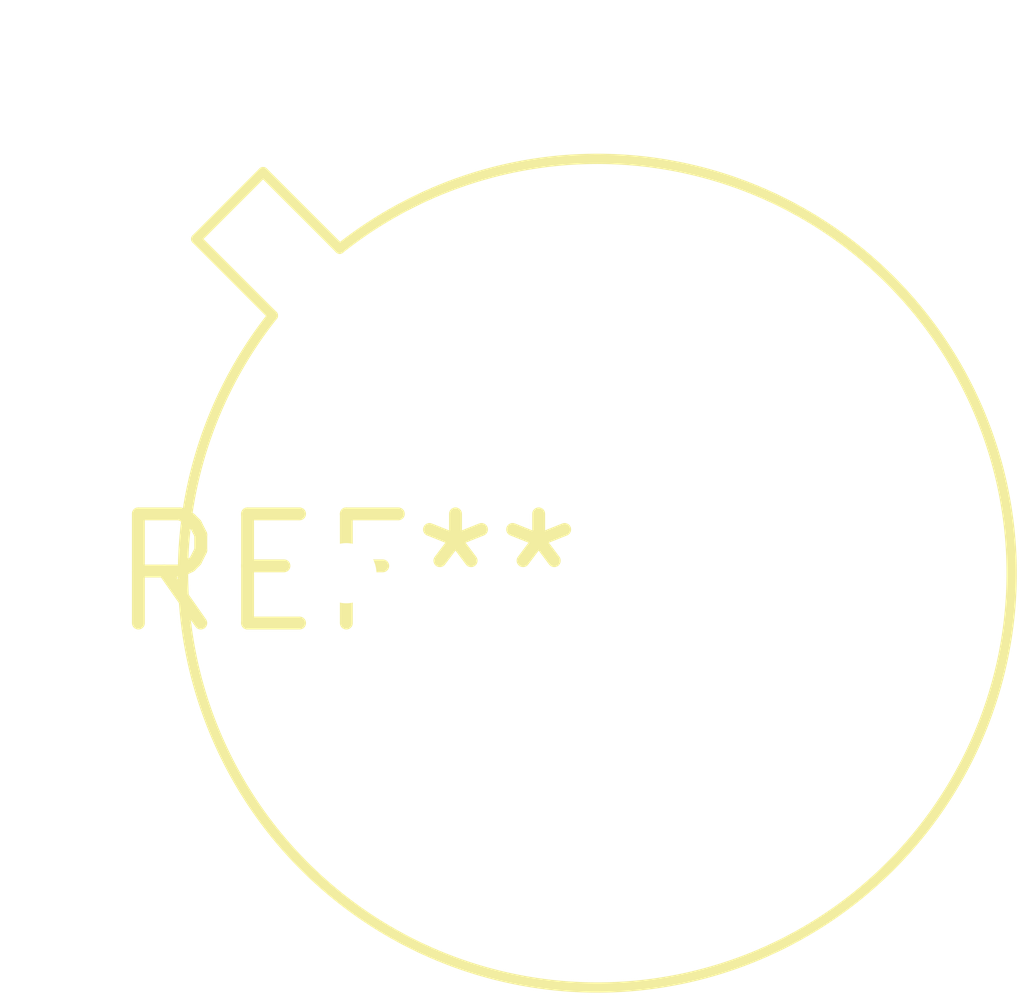
<source format=kicad_pcb>
(kicad_pcb (version 20240108) (generator pcbnew)
  (layers (0 "F.Cu" signal) (31 "B.Cu" signal) (34 "B.Paste" user) (35 "F.Paste" user) (36 "B.SilkS" user "B.Silkscreen") (37 "F.SilkS" user "F.Silkscreen") (38 "B.Mask" user) (39 "F.Mask" user) (44 "Edge.Cuts" user))
  (net 0 "")
  (footprint "TO-5-8" (layer "F.Cu") (at 0 0)
    (property "Reference" "REF**")
    (property "Value" "TO-5-8")
    (fp_line (start -1.745856 -3.888039) (end -0.854902 -2.997084) (layer "F.SilkS") (stroke (width 0.12)))
    (fp_line (start -0.968039 -4.665856) (end -1.745856 -3.888039) (layer "F.SilkS") (stroke (width 0.12)))
    (fp_line (start -0.077084 -3.774902) (end -0.968039 -4.665856) (layer "F.SilkS") (stroke (width 0.12)))
    (fp_arc (start -0.077084 -3.774902) (mid 6.328125 3.408384) (end -0.854674 -2.997371) (layer "F.SilkS") (stroke (width 0.12)))
    (pad "1" thru_hole oval (at 0 0) (size 1.6 1.2) (drill 0.7) (layers *.Cu *.Mask) (remove_unused_layers))
    (pad "2" thru_hole oval (at 0.855248 2.064752) (size 1.2 1.2) (drill 0.7) (layers *.Cu *.Mask) (remove_unused_layers))
    (pad "3" thru_hole oval (at 2.92 2.92) (size 1.2 1.2) (drill 0.7) (layers *.Cu *.Mask) (remove_unused_layers))
    (pad "4" thru_hole oval (at 4.984752 2.064752) (size 1.2 1.2) (drill 0.7) (layers *.Cu *.Mask) (remove_unused_layers))
    (pad "5" thru_hole oval (at 5.84 0) (size 1.2 1.2) (drill 0.7) (layers *.Cu *.Mask) (remove_unused_layers))
    (pad "6" thru_hole oval (at 4.984752 -2.064752) (size 1.2 1.2) (drill 0.7) (layers *.Cu *.Mask) (remove_unused_layers))
    (pad "7" thru_hole oval (at 2.92 -2.92) (size 1.2 1.2) (drill 0.7) (layers *.Cu *.Mask) (remove_unused_layers))
    (pad "8" thru_hole oval (at 0.855248 -2.064752) (size 1.2 1.2) (drill 0.7) (layers *.Cu *.Mask) (remove_unused_layers))
  )
)
</source>
